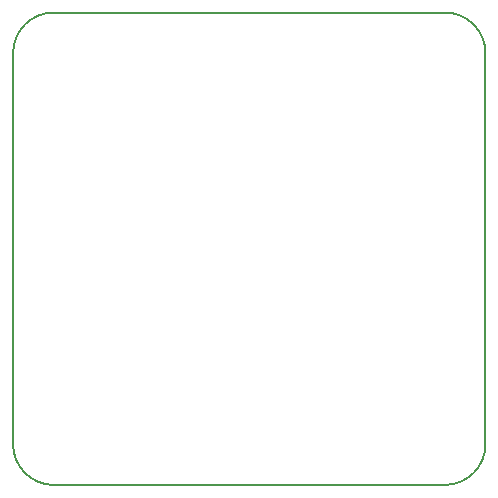
<source format=gbr>
%TF.GenerationSoftware,KiCad,Pcbnew,7.0.9*%
%TF.CreationDate,2023-12-29T11:45:24+09:00*%
%TF.ProjectId,CAT4238_Unit,43415434-3233-4385-9f55-6e69742e6b69,rev?*%
%TF.SameCoordinates,Original*%
%TF.FileFunction,Profile,NP*%
%FSLAX46Y46*%
G04 Gerber Fmt 4.6, Leading zero omitted, Abs format (unit mm)*
G04 Created by KiCad (PCBNEW 7.0.9) date 2023-12-29 11:45:24*
%MOMM*%
%LPD*%
G01*
G04 APERTURE LIST*
%TA.AperFunction,Profile*%
%ADD10C,0.200000*%
%TD*%
G04 APERTURE END LIST*
D10*
X132400000Y-109220000D02*
G75*
G03*
X135850000Y-112670000I3450000J0D01*
G01*
X135849999Y-72670000D02*
X168950000Y-72670000D01*
X168950000Y-112670000D02*
G75*
G03*
X172400000Y-109220000I0J3450000D01*
G01*
X135849999Y-72670000D02*
G75*
G03*
X132400000Y-76120000I1J-3450000D01*
G01*
X172400000Y-76120000D02*
X172400000Y-109220000D01*
X132400000Y-109220000D02*
X132400000Y-76120000D01*
X168950000Y-112670000D02*
X135850000Y-112670000D01*
X172400000Y-76120000D02*
G75*
G03*
X168950000Y-72670000I-3450000J0D01*
G01*
M02*

</source>
